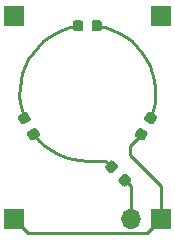
<source format=gbr>
%TF.GenerationSoftware,KiCad,Pcbnew,(5.1.6)-1*%
%TF.CreationDate,2020-07-27T22:26:38+01:00*%
%TF.ProjectId,enc-led,656e632d-6c65-4642-9e6b-696361645f70,rev?*%
%TF.SameCoordinates,Original*%
%TF.FileFunction,Copper,L1,Top*%
%TF.FilePolarity,Positive*%
%FSLAX46Y46*%
G04 Gerber Fmt 4.6, Leading zero omitted, Abs format (unit mm)*
G04 Created by KiCad (PCBNEW (5.1.6)-1) date 2020-07-27 22:26:38*
%MOMM*%
%LPD*%
G01*
G04 APERTURE LIST*
%TA.AperFunction,ComponentPad*%
%ADD10R,1.700000X1.700000*%
%TD*%
%TA.AperFunction,ComponentPad*%
%ADD11O,1.700000X1.700000*%
%TD*%
%TA.AperFunction,Conductor*%
%ADD12C,0.250000*%
%TD*%
G04 APERTURE END LIST*
%TO.P,R1,2*%
%TO.N,GND*%
%TA.AperFunction,SMDPad,CuDef*%
G36*
G01*
X30666292Y-35578684D02*
X31028684Y-35216291D01*
G75*
G02*
X31338044Y-35216291I154680J-154680D01*
G01*
X31647403Y-35525650D01*
G75*
G02*
X31647403Y-35835010I-154680J-154680D01*
G01*
X31285010Y-36197403D01*
G75*
G02*
X30975650Y-36197403I-154680J154680D01*
G01*
X30666291Y-35888044D01*
G75*
G02*
X30666291Y-35578684I154680J154680D01*
G01*
G37*
%TD.AperFunction*%
%TO.P,R1,1*%
%TO.N,Net-(D3-Pad1)*%
%TA.AperFunction,SMDPad,CuDef*%
G36*
G01*
X29552598Y-34464990D02*
X29914990Y-34102597D01*
G75*
G02*
X30224350Y-34102597I154680J-154680D01*
G01*
X30533709Y-34411956D01*
G75*
G02*
X30533709Y-34721316I-154680J-154680D01*
G01*
X30171316Y-35083709D01*
G75*
G02*
X29861956Y-35083709I-154680J154680D01*
G01*
X29552597Y-34774350D01*
G75*
G02*
X29552597Y-34464990I154680J154680D01*
G01*
G37*
%TD.AperFunction*%
%TD*%
D10*
%TO.P,J2,1*%
%TO.N,+5V*%
X21800000Y-39000000D03*
%TD*%
D11*
%TO.P,J1,2*%
%TO.N,GND*%
X31660000Y-39000000D03*
D10*
%TO.P,J1,1*%
%TO.N,+5V*%
X34200000Y-39000000D03*
%TD*%
%TO.P,J3,1*%
%TO.N,+5V*%
X34200000Y-21800000D03*
%TD*%
%TO.P,J4,1*%
%TO.N,+5V*%
X21800000Y-21800000D03*
%TD*%
%TO.P,D3,2*%
%TO.N,Net-(D2-Pad1)*%
%TA.AperFunction,SMDPad,CuDef*%
G36*
G01*
X23096919Y-30718766D02*
X22653081Y-30975016D01*
G75*
G02*
X22354263Y-30894948I-109375J189443D01*
G01*
X22135513Y-30516062D01*
G75*
G02*
X22215581Y-30217244I189443J109375D01*
G01*
X22659419Y-29960994D01*
G75*
G02*
X22958237Y-30041062I109375J-189443D01*
G01*
X23176987Y-30419948D01*
G75*
G02*
X23096919Y-30718766I-189443J-109375D01*
G01*
G37*
%TD.AperFunction*%
%TO.P,D3,1*%
%TO.N,Net-(D3-Pad1)*%
%TA.AperFunction,SMDPad,CuDef*%
G36*
G01*
X23884419Y-32082756D02*
X23440581Y-32339006D01*
G75*
G02*
X23141763Y-32258938I-109375J189443D01*
G01*
X22923013Y-31880052D01*
G75*
G02*
X23003081Y-31581234I189443J109375D01*
G01*
X23446919Y-31324984D01*
G75*
G02*
X23745737Y-31405052I109375J-189443D01*
G01*
X23964487Y-31783938D01*
G75*
G02*
X23884419Y-32082756I-189443J-109375D01*
G01*
G37*
%TD.AperFunction*%
%TD*%
%TO.P,D2,2*%
%TO.N,Net-(D1-Pad1)*%
%TA.AperFunction,SMDPad,CuDef*%
G36*
G01*
X28350000Y-22906250D02*
X28350000Y-22393750D01*
G75*
G02*
X28568750Y-22175000I218750J0D01*
G01*
X29006250Y-22175000D01*
G75*
G02*
X29225000Y-22393750I0J-218750D01*
G01*
X29225000Y-22906250D01*
G75*
G02*
X29006250Y-23125000I-218750J0D01*
G01*
X28568750Y-23125000D01*
G75*
G02*
X28350000Y-22906250I0J218750D01*
G01*
G37*
%TD.AperFunction*%
%TO.P,D2,1*%
%TO.N,Net-(D2-Pad1)*%
%TA.AperFunction,SMDPad,CuDef*%
G36*
G01*
X26775000Y-22906250D02*
X26775000Y-22393750D01*
G75*
G02*
X26993750Y-22175000I218750J0D01*
G01*
X27431250Y-22175000D01*
G75*
G02*
X27650000Y-22393750I0J-218750D01*
G01*
X27650000Y-22906250D01*
G75*
G02*
X27431250Y-23125000I-218750J0D01*
G01*
X26993750Y-23125000D01*
G75*
G02*
X26775000Y-22906250I0J218750D01*
G01*
G37*
%TD.AperFunction*%
%TD*%
%TO.P,D1,1*%
%TO.N,Net-(D1-Pad1)*%
%TA.AperFunction,SMDPad,CuDef*%
G36*
G01*
X33340581Y-29960994D02*
X33784419Y-30217244D01*
G75*
G02*
X33864487Y-30516062I-109375J-189443D01*
G01*
X33645737Y-30894948D01*
G75*
G02*
X33346919Y-30975016I-189443J109375D01*
G01*
X32903081Y-30718766D01*
G75*
G02*
X32823013Y-30419948I109375J189443D01*
G01*
X33041763Y-30041062D01*
G75*
G02*
X33340581Y-29960994I189443J-109375D01*
G01*
G37*
%TD.AperFunction*%
%TO.P,D1,2*%
%TO.N,+5V*%
%TA.AperFunction,SMDPad,CuDef*%
G36*
G01*
X32553081Y-31324984D02*
X32996919Y-31581234D01*
G75*
G02*
X33076987Y-31880052I-109375J-189443D01*
G01*
X32858237Y-32258938D01*
G75*
G02*
X32559419Y-32339006I-189443J109375D01*
G01*
X32115581Y-32082756D01*
G75*
G02*
X32035513Y-31783938I109375J189443D01*
G01*
X32254263Y-31405052D01*
G75*
G02*
X32553081Y-31324984I189443J-109375D01*
G01*
G37*
%TD.AperFunction*%
%TD*%
D12*
%TO.N,+5V*%
X34200000Y-36200000D02*
X34200000Y-38990000D01*
X34200000Y-38990000D02*
X34190000Y-39000000D01*
X32496508Y-31906707D02*
X32066334Y-32386881D01*
X32556250Y-31831995D02*
X32496508Y-31906707D01*
X32066334Y-32386881D02*
X31585173Y-32815951D01*
X31585173Y-32815951D02*
X31585173Y-33585173D01*
X31585173Y-33585173D02*
X32000000Y-34000000D01*
X32000000Y-34000000D02*
X34200000Y-36200000D01*
X22975001Y-40175001D02*
X21800000Y-39000000D01*
X33024999Y-40175001D02*
X22975001Y-40175001D01*
X34200000Y-39000000D02*
X33024999Y-40175001D01*
%TO.N,Net-(D1-Pad1)*%
X28875105Y-22662753D02*
X28787500Y-22650000D01*
X28875105Y-22662753D02*
X29504562Y-22790888D01*
X29504562Y-22790888D02*
X30115653Y-22988888D01*
X30115653Y-22988888D02*
X30700649Y-23254248D01*
X30700649Y-23254248D02*
X31252152Y-23583611D01*
X31252152Y-23583611D02*
X31763188Y-23972813D01*
X31763188Y-23972813D02*
X32227294Y-24416932D01*
X32227294Y-24416932D02*
X32638601Y-24910351D01*
X32638601Y-24910351D02*
X32991908Y-25446830D01*
X32991908Y-25446830D02*
X33282746Y-26019586D01*
X33282746Y-26019586D02*
X33507438Y-26621374D01*
X33507438Y-26621374D02*
X33663142Y-27244586D01*
X33663142Y-27244586D02*
X33747889Y-27881338D01*
X33747889Y-27881338D02*
X33760608Y-28523580D01*
X33760608Y-28523580D02*
X33701137Y-29163188D01*
X33701137Y-29163188D02*
X33570228Y-29792075D01*
X33570228Y-29792075D02*
X33369541Y-30402289D01*
X33369541Y-30402289D02*
X33343750Y-30468005D01*
%TO.N,Net-(D2-Pad1)*%
X27124894Y-22662753D02*
X27212500Y-22650000D01*
X27124894Y-22662753D02*
X26495436Y-22790888D01*
X26495436Y-22790888D02*
X25884345Y-22988888D01*
X25884345Y-22988888D02*
X25299349Y-23254248D01*
X25299349Y-23254248D02*
X24747845Y-23583611D01*
X24747845Y-23583611D02*
X24236809Y-23972813D01*
X24236809Y-23972813D02*
X23772703Y-24416932D01*
X23772703Y-24416932D02*
X23361396Y-24910351D01*
X23361396Y-24910351D02*
X23008089Y-25446830D01*
X23008089Y-25446830D02*
X22717251Y-26019586D01*
X22717251Y-26019586D02*
X22492559Y-26621374D01*
X22492559Y-26621374D02*
X22336854Y-27244586D01*
X22336854Y-27244586D02*
X22252107Y-27881338D01*
X22252107Y-27881338D02*
X22239389Y-28523580D01*
X22239389Y-28523580D02*
X22298859Y-29163189D01*
X22298859Y-29163189D02*
X22429768Y-29792076D01*
X22429768Y-29792076D02*
X22630458Y-30402289D01*
X22630458Y-30402289D02*
X22656250Y-30468005D01*
%TO.N,GND*%
X31650000Y-36200000D02*
X31650000Y-39000000D01*
X31156847Y-35706847D02*
X31650000Y-36200000D01*
%TO.N,Net-(D3-Pad1)*%
X27999999Y-34068479D02*
X29518479Y-34068479D01*
X27356326Y-34032384D02*
X26720725Y-33924552D01*
X26720725Y-33924552D02*
X26101164Y-33746334D01*
X26101164Y-33746334D02*
X25505412Y-33499966D01*
X25505412Y-33499966D02*
X24940940Y-33188537D01*
X24940940Y-33188537D02*
X24414825Y-32815952D01*
X24414825Y-32815952D02*
X23933664Y-32386882D01*
X23933664Y-32386882D02*
X23503491Y-31906707D01*
X23503491Y-31906707D02*
X23443750Y-31831995D01*
X27999999Y-34068479D02*
X27356326Y-34032384D01*
X29518479Y-34068479D02*
X30043153Y-34593153D01*
%TD*%
M02*

</source>
